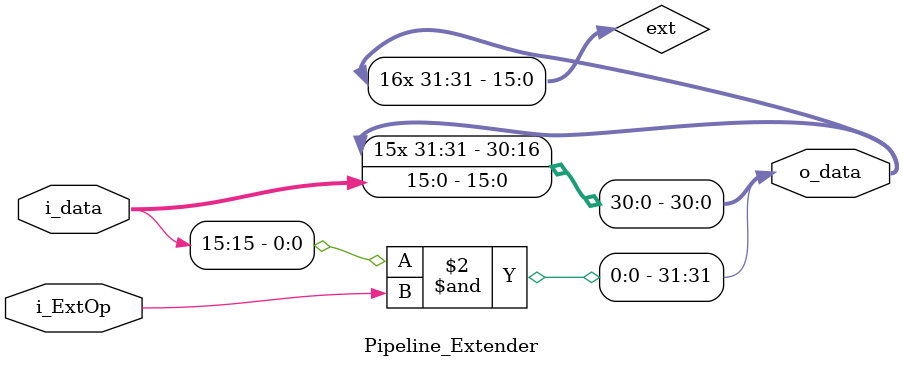
<source format=v>
`timescale 1ns/1ps

module Pipeline_Extender(i_data, 
				i_ExtOp,//1=signed Extend, 0 = unsigned Extend
				o_data
				);

input [15:0] i_data;
input i_ExtOp;

output reg [31:0] o_data;

reg [15:0] ext;

always@*begin
	ext = {16{i_data[15]&i_ExtOp}};
	o_data = {ext,i_data};
end

endmodule
</source>
